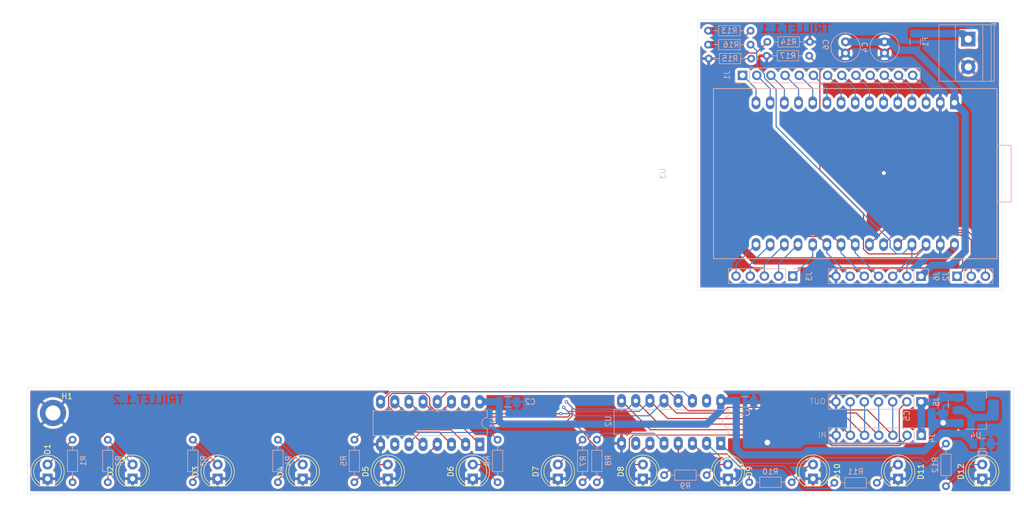
<source format=kicad_pcb>
(kicad_pcb (version 20240108) (generator "pcbnew") (generator_version "8.0")
  (title_block (title "STIB_LED_DISPLAY") (date "2025-01-12") (rev "2"))
  (layers (0 "F.Cu" signal) (31 "B.Cu" signal) (34 "B.Paste" user) (35 "F.Paste" user) (36 "B.SilkS" user "B.Silkscreen") (37 "F.SilkS" user "F.Silkscreen") (38 "B.Mask" user) (39 "F.Mask" user) (44 "Edge.Cuts" user))
  (net 0 "")
  (net 1 "Net-(D1-A)")
  (net 2 "GND")
  (net 3 "Net-(D2-A)")
  (net 4 "Net-(D3-A)")
  (net 5 "Net-(D4-A)")
  (net 6 "Net-(D5-A)")
  (net 7 "Net-(D6-A)")
  (net 8 "Net-(D7-A)")
  (net 9 "Net-(D8-A)")
  (net 10 "Net-(D9-A)")
  (net 11 "Net-(D10-A)")
  (net 12 "Net-(D11-A)")
  (net 13 "Net-(J1-Pin_4)")
  (net 14 "Net-(J1-Pin_5)")
  (net 15 "/LATCH_CLK")
  (net 16 "/OE")
  (net 17 "/DATA")
  (net 18 "/RST")
  (net 19 "/DATA_CLK")
  (net 20 "/DATA_OUT")
  (net 21 "+3.3V")
  (net 22 "Net-(U1-QB)")
  (net 23 "Net-(U1-QC)")
  (net 24 "Net-(U1-QD)")
  (net 25 "Net-(U1-QE)")
  (net 26 "Net-(U1-QF)")
  (net 27 "Net-(U1-QG)")
  (net 28 "Net-(U2-QG)")
  (net 29 "Net-(U2-QF)")
  (net 30 "Net-(U2-QE)")
  (net 31 "Net-(U2-QD)")
  (net 32 "Net-(U2-QC)")
  (net 33 "Net-(U2-QB)")
  (net 34 "Net-(J2-Pin_1)")
  (net 36 "Net-(U1-QH')")
  (net 40 "Net-(J2-Pin_3)")
  (net 41 "+5V")
  (net 42 "Net-(J1-Pin_9)")
  (net 43 "Net-(J1-Pin_3)")
  (net 44 "Net-(J1-Pin_13)")
  (net 45 "Net-(J1-Pin_8)")
  (net 46 "Net-(J1-Pin_2)")
  (net 47 "Net-(J1-Pin_6)")
  (net 48 "Net-(J1-Pin_10)")
  (net 49 "Net-(J1-Pin_1)")
  (net 50 "Net-(J1-Pin_7)")
  (net 51 "Net-(J1-Pin_12)")
  (net 52 "Net-(J1-Pin_11)")
  (net 53 "Net-(J3-Pin_1)")
  (net 54 "Net-(J3-Pin_2)")
  (net 55 "Net-(J3-Pin_4)")
  (net 56 "Net-(J3-Pin_5)")
  (net 57 "Net-(J3-Pin_3)")
  (net 58 "Net-(J2-Pin_2)")
  (net 59 "Net-(D12-A)")
  (net 60 "/VIN")
  (net 61 "+3.3V(ESP)")
  (footprint "LED_THT:LED_D5.0mm" (layer "F.Cu") (at 233.68 104.775 90)
    (property "Reference" "D10")
    (property "Value" "LED")
  )
  (footprint "LED_THT:LED_D5.0mm" (layer "F.Cu") (at 172.72 104.775 90)
    (property "Reference" "D6")
    (property "Value" "LED")
  )
  (footprint "LED_THT:LED_D5.0mm" (layer "F.Cu") (at 264 104.775 90)
    (property "Reference" "D12")
    (property "Value" "LED")
  )
  (footprint "LED_THT:LED_D5.0mm" (layer "F.Cu") (at 203.2 104.78 90)
    (property "Reference" "D8")
    (property "Value" "LED")
  )
  (footprint "LED_THT:LED_D5.0mm" (layer "F.Cu") (at 111.76 104.775 90)
    (property "Reference" "D2")
    (property "Value" "LED")
  )
  (footprint "LED_THT:LED_D5.0mm" (layer "F.Cu") (at 127 104.78 90)
    (property "Reference" "D3")
    (property "Value" "LED")
  )
  (footprint "LED_THT:LED_D5.0mm" (layer "F.Cu") (at 218.44 104.775 90)
    (property "Reference" "D9")
    (property "Value" "LED")
  )
  (footprint "LED_THT:LED_D5.0mm" (layer "F.Cu") (at 187.96 104.775 90)
    (property "Reference" "D7")
    (property "Value" "LED")
  )
  (footprint "LED_THT:LED_D5.0mm" (layer "F.Cu") (at 142.24 104.78 90)
    (property "Reference" "D4")
    (property "Value" "LED")
  )
  (footprint "LED_THT:LED_D5.0mm" (layer "F.Cu") (at 248.92 104.78 90)
    (property "Reference" "D11")
    (property "Value" "LED")
  )
  (footprint "MountingHole:MountingHole_2.7mm_M2.5_DIN965_Pad_TopBottom" (layer "F.Cu") (at 97.5 93)
    (property "Reference" "H1")
    (property "Value" "MountingHole_Pad")
  )
  (footprint "LED_THT:LED_D5.0mm" (layer "F.Cu") (at 96.52 104.78 90)
    (property "Reference" "D1")
    (property "Value" "LED")
  )
  (footprint "LED_THT:LED_D5.0mm" (layer "F.Cu") (at 157.48 104.78 90)
    (property "Reference" "D5")
    (property "Value" "LED")
  )
  (footprint "TerminalBlock_Phoenix:TerminalBlock_Phoenix_MKDS-1,5-2_1x02_P5.00mm_Horizontal" (layer "B.Cu") (at 261.5 26 -90)
    (property "Reference" "J7" (hide yes))
    (property "Value" "Conn_01x02")
  )
  (footprint "Capacitor_SMD:C_1206_3216Metric_Pad1.33x1.80mm_HandSolder" (layer "B.Cu") (at 179 91 180)
    (property "Reference" "C2")
    (property "Value" "100nF")
  )
  (footprint "Resistor_THT:R_Axial_DIN0204_L3.6mm_D1.6mm_P7.62mm_Horizontal" (layer "B.Cu") (at 222.5 27 180)
    (property "Reference" "R16")
    (property "Value" "10k")
  )
  (footprint "Resistor_THT:R_Axial_DIN0204_L3.6mm_D1.6mm_P7.62mm_Horizontal" (layer "B.Cu") (at 225.5 26.5)
    (property "Reference" "R14")
    (property "Value" "10k")
  )
  (footprint "Connector_PinSocket_2.54mm:PinSocket_1x05_P2.54mm_Vertical" (layer "B.Cu") (at 230.05 68.475 90)
    (property "Reference" "J3")
    (property "Value" "Conn_01x05_Pin")
  )
  (footprint "Resistor_THT:R_Axial_DIN0204_L3.6mm_D1.6mm_P7.62mm_Horizontal" (layer "B.Cu") (at 137.795 105.41 90)
    (property "Reference" "R4")
    (property "Value" "R")
  )
  (footprint "Resistor_THT:R_Axial_DIN0204_L3.6mm_D1.6mm_P7.62mm_Horizontal" (layer "B.Cu") (at 122.555 105.41 90)
    (property "Reference" "R3")
    (property "Value" "R")
  )
  (footprint "Fuse:Fuse_1206_3216Metric_Pad1.42x1.75mm_HandSolder" (layer "B.Cu") (at 252 26.5 90)
    (property "Reference" "F1")
    (property "Value" "Fuse")
  )
  (footprint "Connector_PinHeader_2.54mm:PinHeader_1x03_P2.54mm_Vertical" (layer "B.Cu") (at 259.5 68.5 -90)
    (property "Reference" "J2")
    (property "Value" "Conn_01x03_Pin")
  )
  (footprint "Connector_PinSocket_2.54mm:PinSocket_1x07_P2.54mm_Vertical" (layer "B.Cu") (at 253.04 91 90)
    (property "Reference" "J5")
    (property "Value" "Conn_01x07_Pin")
  )
  (footprint "Resistor_THT:R_Axial_DIN0204_L3.6mm_D1.6mm_P7.62mm_Horizontal" (layer "B.Cu") (at 233 29 180)
    (property "Reference" "R17")
    (property "Value" "10k")
  )
  (footprint "Package_DIP:DIP-16_W7.62mm_LongPads" (layer "B.Cu") (at 217.155 98.44 90)
    (property "Reference" "U2")
    (property "Value" "74HC595")
  )
  (footprint "Resistor_THT:R_Axial_DIN0204_L3.6mm_D1.6mm_P7.62mm_Horizontal" (layer "B.Cu") (at 207.01 104.14)
    (property "Reference" "R9")
    (property "Value" "R")
  )
  (footprint "Capacitor_THT:C_Radial_D5.0mm_H11.0mm_P2.00mm" (layer "B.Cu") (at 239.5 26.5 -90)
    (property "Reference" "C6")
    (property "Value" "0.1uF")
  )
  (footprint "Resistor_THT:R_Axial_DIN0204_L3.6mm_D1.6mm_P7.62mm_Horizontal" (layer "B.Cu") (at 222.5 24.5 180)
    (property "Reference" "R13")
    (property "Value" "10k")
  )
  (footprint "Capacitor_SMD:C_1206_3216Metric_Pad1.33x1.80mm_HandSolder" (layer "B.Cu") (at 221.5 91 180)
    (property "Reference" "C1")
    (property "Value" "100nF")
  )
  (footprint "Resistor_THT:R_Axial_DIN0204_L3.6mm_D1.6mm_P7.62mm_Horizontal" (layer "B.Cu") (at 177.165 97.79 -90)
    (property "Reference" "R6")
    (property "Value" "R")
  )
  (footprint "Resistor_THT:R_Axial_DIN0204_L3.6mm_D1.6mm_P7.62mm_Horizontal" (layer "B.Cu") (at 192.405 105.41 90)
    (property "Reference" "R7")
    (property "Value" "R")
  )
  (footprint "Resistor_THT:R_Axial_DIN0204_L3.6mm_D1.6mm_P7.62mm_Horizontal" (layer "B.Cu") (at 107.315 105.41 90)
    (property "Reference" "R2")
    (property "Value" "R")
  )
  (footprint "Resistor_THT:R_Axial_DIN0204_L3.6mm_D1.6mm_P7.62mm_Horizontal" (layer "B.Cu") (at 194.945 97.79 -90)
    (property "Reference" "R8")
    (property "Value" "R")
  )
  (footprint "Capacitor_THT:C_Radial_D5.0mm_H11.0mm_P2.00mm" (layer "B.Cu") (at 246.5 26.5 -90)
    (property "Reference" "C4")
    (property "Value" "100uF")
  )
  (footprint "Capacitor_SMD:C_1206_3216Metric_Pad1.33x1.80mm_HandSolder" (layer "B.Cu") (at 257 91.5 -90)
    (property "Reference" "C5")
    (property "Value" "22uF")
  )
  (footprint "ESP32_Nodemcu_devkit:ESP32_Nodemcu_devkit" (layer "B.Cu") (at 243.79 50.115 -90)
    (property "Reference" "U3")
    (property "Value" "~")
  )
  (footprint "Package_DIP:DIP-16_W7.62mm_LongPads" (layer "B.Cu") (at 173.975 98.62 90)
    (property "Reference" "U1")
    (property "Value" "74HC595")
  )
  (footprint "Resistor_THT:R_Axial_DIN0204_L3.6mm_D1.6mm_P7.62mm_Horizontal" (layer "B.Cu") (at 237.5 105.5)
    (property "Reference" "R11")
    (property "Value" "R")
  )
  (footprint "Resistor_THT:R_Axial_DIN0204_L3.6mm_D1.6mm_P7.62mm_Horizontal" (layer "B.Cu") (at 222.62 29.5 180)
    (property "Reference" "R15")
    (property "Value" "10k")
  )
  (footprint "Capacitor_SMD:C_1206_3216Metric_Pad1.33x1.80mm_HandSolder" (layer "B.Cu") (at 264 98.5)
    (property "Reference" "C3")
    (property "Value" "22uF")
  )
  (footprint "Resistor_THT:R_Axial_DIN0204_L3.6mm_D1.6mm_P7.62mm_Horizontal" (layer "B.Cu") (at 222.25 105.41)
    (property "Reference" "R10")
    (property "Value" "R")
  )
  (footprint "Connector_PinSocket_2.54mm:PinSocket_1x07_P2.54mm_Vertical" (layer "B.Cu") (at 253.08 97 90)
    (property "Reference" "J4")
    (property "Value" "Conn_01x07_Pin")
  )
  (footprint "Package_TO_SOT_SMD:SOT-223-3_TabPin2" (layer "B.Cu") (at 262.85 92.5)
    (property "Reference" "U4")
    (property "Value" "AMS1117-3.3")
  )
  (footprint "Resistor_THT:R_Axial_DIN0204_L3.6mm_D1.6mm_P7.62mm_Horizontal" (layer "B.Cu") (at 101 105.41 90)
    (property "Reference" "R1")
    (property "Value" "R")
  )
  (footprint "Connector_PinSocket_2.54mm:PinSocket_1x13_P2.54mm_Vertical" (layer "B.Cu") (at 221.06 32.5 -90)
    (property "Reference" "J1")
    (property "Value" "Conn_01x13_Pin")
  )
  (footprint "Resistor_THT:R_Axial_DIN0204_L3.6mm_D1.6mm_P7.62mm_Horizontal" (layer "B.Cu") (at 151.5 97.79 -90)
    (property "Reference" "R5")
    (property "Value" "R")
  )
  (footprint "Connector_PinSocket_2.54mm:PinSocket_1x07_P2.54mm_Vertical" (layer "B.Cu") (at 253.04 68.5 90)
    (property "Reference" "J6")
    (property "Value" "Conn_01x07_Pin")
  )
  (footprint "Resistor_THT:R_Axial_DIN0204_L3.6mm_D1.6mm_P7.62mm_Horizontal" (layer "B.Cu") (at 257.5 98.5 -90)
    (property "Reference" "R12")
    (property "Value" "R")
  )
  (gr_rect (start 213 22.5) (end 267.5 71) (stroke (width 0.05)) (fill none) (layer "Edge.Cuts"))
  (gr_rect (start 92.9325 88.5) (end 269.5675 107.5) (stroke (width 0.05)) (fill none) (layer "Edge.Cuts"))
  (gr_text "TRILLET.1.2" (at 121 91.5 0) (layer "B.Cu" knockout) (effects (font (size 1.5 1.5) (thickness 0.3) (bold yes)) (justify left bottom mirror)))
  (gr_text "TRILLET.1.1" (at 237 25 0) (layer "B.Cu" knockout) (effects (font (size 1.5 1.5) (thickness 0.3) (bold yes)) (justify left bottom mirror)))
  (gr_text "IN" (at 234.5 97.5 0) (layer "B.SilkS") (effects (font (size 1 1) (thickness 0.1)) (justify left bottom)))
  (gr_text "OUT" (at 236 91.5 0) (layer "B.SilkS") (effects (font (size 1 1) (thickness 0.1)) (justify left bottom mirror)))
  (segment (start 101 97.79) (end 96.55 102.24) (width 0.2) (layer "F.Cu") (net 1))
  (segment (start 96.55 102.24) (end 96.52 102.24) (width 0.2) (layer "F.Cu") (net 1))
  (segment (start 96.52 102.235) (end 96.52 102.24) (width 0.2) (layer "B.Cu") (net 1))
  (via (at 246.38 50) (size 1) (drill 0.7) (layers "F.Cu" "B.Cu") (net 2))
  (via (at 225.5 98.29) (size 1.5) (drill 1) (layers "F.Cu" "B.Cu") (net 2))
  (via (at 257 94.75) (size 1.5) (drill 1) (layers "F.Cu" "B.Cu") (net 2))
  (segment (start 257 94.75) (end 257.05 94.8) (width 1.3) (layer "B.Cu") (net 2))
  (segment (start 257.05 94.8) (end 259.85 94.8) (width 1.3) (layer "B.Cu") (net 2))
  (segment (start 257 93.0625) (end 257 94.75) (width 1.3) (layer "B.Cu") (net 2))
  (segment (start 107.315 97.79) (end 111.76 102.235) (width 0.2) (layer "B.Cu") (net 3))
  (segment (start 122.555 97.79) (end 127 102.235) (width 0.2) (layer "B.Cu") (net 4))
  (segment (start 127 102.235) (end 127 102.24) (width 0.2) (layer "B.Cu") (net 4))
  (segment (start 142.24 102.235) (end 142.24 102.24) (width 0.2) (layer "B.Cu") (net 5))
  (segment (start 137.795 97.79) (end 142.24 102.235) (width 0.2) (layer "B.Cu") (net 5))
  (segment (start 157.48 102.24) (end 154.67 102.24) (width 0.2) (layer "F.Cu") (net 6))
  (segment (start 154.67 102.24) (end 151.5 105.41) (width 0.2) (layer "F.Cu") (net 6))
  (segment (start 173.99 102.235) (end 172.72 102.235) (width 0.2) (layer "B.Cu") (net 7))
  (segment (start 177.165 105.41) (end 173.99 102.235) (width 0.2) (layer "B.Cu") (net 7))
  (segment (start 192.405 97.79) (end 187.96 102.235) (width 0.2) (layer "F.Cu") (net 8))
  (segment (start 198.115 102.24) (end 194.945 105.41) (width 0.2) (layer "F.Cu") (net 9))
  (segment (start 203.2 102.24) (end 198.115 102.24) (width 0.2) (layer "F.Cu") (net 9))
  (segment (start 218.44 102.235) (end 216.535 102.235) (width 0.2) (layer "F.Cu") (net 10))
  (segment (start 216.535 102.235) (end 214.63 104.14) (width 0.2) (layer "F.Cu") (net 10))
  (segment (start 229.87 105.41) (end 233.045 102.235) (width 0.2) (layer "F.Cu") (net 11))
  (segment (start 233.045 102.235) (end 233.68 102.235) (width 0.2) (layer "F.Cu") (net 11))
  (segment (start 248.92 102.24) (end 248.38 102.24) (width 0.2) (layer "F.Cu") (net 12))
  (segment (start 248.38 102.24) (end 245.12 105.5) (width 0.2) (layer "F.Cu") (net 12))
  (segment (start 228.68 32.5) (end 231.09 34.91) (width 0.2) (layer "B.Cu") (net 13))
  (segment (start 231.09 34.91) (end 231.09 37.415) (width 0.2) (layer "B.Cu") (net 13))
  (segment (start 233.63 34.91) (end 233.63 37.415) (width 0.2) (layer "B.Cu") (net 14))
  (segment (start 231.22 32.5) (end 233.63 34.91) (width 0.2) (layer "B.Cu") (net 14))
  (segment (start 188.5 93.12) (end 165.935 93.12) (width 0.2) (layer "F.Cu") (net 15))
  (segment (start 209.195 93.02) (end 217.900584 93.02) (width 0.2) (layer "F.Cu") (net 15))
  (segment (start 165.935 93.12) (end 163.815 91) (width 0.2) (layer "F.Cu") (net 15))
  (segment (start 241.42 93) (end 245.42 97) (width 0.2) (layer "F.Cu") (net 15))
  (segment (start 222.62 29.5) (end 221.630051 29.5) (width 0.2) (layer "F.Cu") (net 15))
  (segment (start 219.5 41.065) (end 241.25 62.815) (width 0.2) (layer "F.Cu") (net 15))
  (segment (start 221.630051 29.5) (end 219.5 31.630051) (width 0.2) (layer "F.Cu") (net 15))
  (segment (start 206.995 90.82) (end 209.195 93.02) (width 0.2) (layer "F.Cu") (net 15))
  (segment (start 217.900584 93.02) (end 217.920584 93) (width 0.2) (layer "F.Cu") (net 15))
  (segment (start 219.5 31.630051) (end 219.5 41.065) (width 0.2) (layer "F.Cu") (net 15))
  (segment (start 217.920584 93) (end 241.42 93) (width 0.2) (layer "F.Cu") (net 15))
  (segment (start 245.46 96.96) (end 245.42 97) (width 0.2) (layer "F.Cu") (net 15))
  (via (at 188.5 93.12) (size 0.6) (drill 0.3) (layers "F.Cu" "B.Cu") (net 15))
  (segment (start 188.5 93.12) (end 190.62 93.12) (width 0.2) (layer "B.Cu") (net 15))
  (segment (start 204.315 93.5) (end 206.995 90.82) (width 0.2) (layer "B.Cu") (net 15))
  (segment (start 241.25 64.33) (end 245.42 68.5) (width 0.2) (layer "B.Cu") (net 15))
  (segment (start 190.62 93.12) (end 191 93.5) (width 0.2) (layer "B.Cu") (net 15))
  (segment (start 191 93.5) (end 204.315 93.5) (width 0.2) (layer "B.Cu") (net 15))
  (segment (start 245.46 96.96) (end 245.42 97) (width 0.2) (layer "B.Cu") (net 15))
  (segment (start 245.46 91) (end 245.46 96.96) (width 0.2) (layer "B.Cu") (net 15))
  (segment (start 241.25 62.815) (end 241.25 64.33) (width 0.2) (layer "B.Cu") (net 15))
  (segment (start 218.354899 92) (end 235.55 92) (width 0.2) (layer "F.Cu") (net 16))
  (segment (start 243.41 92.45) (end 247.96 97) (width 0.2) (layer "F.Cu") (net 16))
  (segment (start 247.96 97) (end 248 96.96) (width 0.2) (layer "F.Cu") (net 16))
  (segment (start 168.155 89.2) (end 166.355 91) (width 0.2) (layer "F.Cu") (net 16))
  (segment (start 236 92.45) (end 243.41 92.45) (width 0.2) (layer "F.Cu") (net 16))
  (segment (start 211.335 92.62) (end 217.734899 92.62) (width 0.2) (layer "F.Cu") (net 16))
  (segment (start 207.915 89.2) (end 168.155 89.2) (width 0.2) (layer "F.Cu") (net 16))
  (segment (start 209.535 90.82) (end 207.915 89.2) (width 0.2) (layer "F.Cu") (net 16))
  (segment (start 217.734899 92.62) (end 218.354899 92) (width 0.2) (layer "F.Cu") (net 16))
  (segment (start 209.535 90.82) (end 211.335 92.62) (width 0.2) (layer "F.Cu") (net 16))
  (segment (start 235.55 92) (end 236 92.45) (width 0.2) (layer "F.Cu") (net 16))
  (segment (start 224.99 32.976346) (end 227.072 35.058346) (width 0.2) (layer "B.Cu") (net 16))
  (segment (start 251.41 62.815) (end 251.41 65.05) (width 0.2) (layer "B.Cu") (net 16))
  (segment (start 247.5 63.327895) (end 248.672105 64.5) (width 0.2) (layer "B.Cu") (net 16))
  (segment (start 248 91) (end 248 91.5) (width 0.2) (layer "B.Cu") (net 16))
  (segment (start 227.072 41.674105) (end 247.5 62.102105) (width 0.2) (layer "B.Cu") (net 16))
  (segment (start 251.41 65.05) (end 247.96 68.5) (width 0.2) (layer "B.Cu") (net 16))
  (segment (start 248 91.5) (end 247.96 91.54) (width 0.2) (layer "B.Cu") (net 16))
  (segment (start 247.5 62.102105) (end 247.5 63.327895) (width 0.2) (layer "B.Cu") (net 16))
  (segment (start 248.672105 64.5) (end 249.725 64.5) (width 0.2) (layer "B.Cu") (net 16))
  (segment (start 227.072 35.058346) (end 227.072 41.674105) (width 0.2) (layer "B.Cu") (net 16))
  (segment (start 223.62 28.12) (end 223.62 30.853654) (width 0.2) (layer "B.Cu") (net 16))
  (segment (start 247.96 91.54) (end 247.96 97) (width 0.2) (layer "B.Cu") (net 16))
  (segment (start 223.62 30.853654) (end 224.99 32.223654) (width 0.2) (layer "B.Cu") (net 16))
  (segment (start 222.5 27) (end 223.62 28.12) (width 0.2) (layer "B.Cu") (net 16))
  (segment (start 249.725 64.5) (end 251.41 62.815) (width 0.2) (layer "B.Cu") (net 16))
  (segment (start 224.99 32.223654) (end 224.99 32.976346) (width 0.2) (layer "B.Cu") (net 16))
  (segment (start 242.728 63.635895) (end 243.592105 64.5) (width 0.2) (layer "F.Cu") (net 17))
  (segment (start 158.279365 89.5) (end 164.270635 89.5) (width 0.2) (layer "F.Cu") (net 17))
  (segment (start 237.033704 98.85) (end 235.123704 96.94) (width 0.2) (layer "F.Cu") (net 17))
  (segment (start 167.395 92.5) (end 168.895 91) (width 0.2) (layer "F.Cu") (net 17))
  (segment (start 237.033704 98.85) (end 249.215686 98.85) (width 0.2) (layer "F.Cu") (net 17))
  (segment (start 243.592105 64.5) (end 252.265 64.5) (width 0.2) (layer "F.Cu") (net 17))
  (segment (start 199.954899 100.24) (end 195.980786 100.24) (width 0.2) (layer "F.Cu") (net 17))
  (segment (start 165 91.619314) (end 165.880686 92.5) (width 0.2) (layer "F.Cu") (net 17))
  (segment (start 242.728 57.228) (end 242.728 63.635895) (width 0.2) (layer "F.Cu") (net 17))
  (segment (start 165 90.229365) (end 165 91.619314) (width 0.2) (layer "F.Cu") (net 17))
  (segment (start 234.91 30.91) (end 234.91 49.41) (width 0.2) (layer "F.Cu") (net 17))
  (segment (start 193.405 97.664214) (end 193.405 97.375786) (width 0.2) (layer "F.Cu") (net 17))
  (segment (start 200.775 99.419899) (end 199.954899 100.24) (width 0.2) (layer "F.Cu") (net 17))
  (segment (start 195.980786 100.24) (end 193.405 97.664214) (width 0.2) (layer "F.Cu") (net 17))
  (segment (start 234.91 49.41) (end 242.728 57.228) (width 0.2) (layer "F.Cu") (net 17))
  (segment (start 193.405 97.375786) (end 190.929214 94.9) (width 0.2) (layer "F.Cu") (net 17))
  (segment (start 252.265 64.5) (end 253.95 62.815) (width 0.2) (layer "F.Cu") (net 17))
  (segment (start 190.929214 94.9) (end 160.679365 94.9) (width 0.2) (layer "F.Cu") (net 17))
  (segment (start 249.215686 98.85) (end 250.54 97.525686) (width 0.2) (layer "F.Cu") (net 17))
  (segment (start 201.459365 96.94) (end 200.775 97.624365) (width 0.2) (layer "F.Cu") (net 17))
  (segment (start 200.775 97.624365) (end 200.775 99.419899) (width 0.2) (layer "F.Cu") (net 17))
  (segment (start 160.679365 94.9) (end 157.635 91.855635) (width 0.2) (layer "F.Cu") (net 17))
  (segment (start 157.635 90.144365) (end 158.279365 89.5) (width 0.2) (layer "F.Cu") (net 17))
  (segment (start 157.635 91.855635) (end 157.635 90.144365) (width 0.2) (layer "F.Cu") (net 17))
  (segment (start 165.880686 92.5) (end 167.395 92.5) (width 0.2) (layer "F.Cu") (net 17))
  (segment (start 250.54 97.525686) (end 250.54 97) (width 0.2) (layer "F.Cu") (net 17))
  (segment (start 233 29) (end 234.91 30.91) (width 0.2) (layer "F.Cu") (net 17))
  (segment (start 164.270635 89.5) (end 165 90.229365) (width 0.2) (layer "F.Cu") (net 17))
  (segment (start 235.123704 96.94) (end 201.459365 96.94) (width 0.2) (layer "F.Cu") (net 17))
  (segment (start 253.95 63.196) (end 250.5 66.646) (width 0.2) (layer "B.Cu") (net 17))
  (segment (start 250.5 66.646) (end 250.5 68.5) (width 0.2) (layer "B.Cu") (net 17))
  (segment (start 253.95 62.815) (end 253.95 63.196) (width 0.2) (layer "B.Cu") (net 17))
  (segment (start 222.5 24.5) (end 218.7 28.3) (width 0.2) (layer "F.Cu") (net 18))
  (segment (start 190.5 93.534215) (end 189.534215 94.5) (width 0.2) (layer "F.Cu") (net 18))
  (segment (start 162.235 94.5) (end 158.735 91) (width 0.2) (layer "F.Cu") (net 18))
  (segment (start 218.7 47.700001) (end 232.371999 61.372) (width 0.2) (layer "F.Cu") (net 18))
  (segment (start 238.34 95) (end 240.34 97) (width 0.2) (layer "F.Cu") (net 18))
  (segment (start 190.5 92) (end 190.5 93.534215) (width 0.2) (layer "F.Cu") (net 18))
  (segment (start 201.915 90.82) (end 206.095 95) (width 0.2) (layer "F.Cu") (net 18))
  (segment (start 234.752023 61.372) (end 236.17 62.789977) (width 0.2) (layer "F.Cu") (net 18))
  (segment (start 206.095 95) (end 238.34 95) (width 0.2) (layer "F.Cu") (net 18))
  (segment (start 232.371999 61.372) (end 234.752023 61.372) (width 0.2) (layer "F.Cu") (net 18))
  (segment (start 189.534215 94.5) (end 162.235 94.5) (width 0.2) (layer "F.Cu") (net 18))
  (segment (start 218.7 28.3) (end 218.7 47.700001) (width 0.2) (layer "F.Cu") (net 18))
  (segment (start 189.5 91) (end 190.5 92) (width 0.2) (layer "F.Cu") (net 18))
  (segment (start 240.38 96.96) (end 240.34 97) (width 0.2) (layer "F.Cu") (net 18))
  (via (at 189.5 91) (size 0.6) (drill 0.3) (layers "F.Cu" "B.Cu") (net 18))
  (segment (start 200.415 92.32) (end 201.915 90.82) (width 0.2) (layer "B.Cu") (net 18))
  (segment (start 240.38 91) (end 240.38 96.96) (width 0.2) (layer "B.Cu") (net 18))
  (segment (start 190.82 92.32) (end 200.415 92.32) (width 0.2) (layer "B.Cu") (net 18))
  (segment (start 189.5 91) (end 190.82 92.32) (width 0.2) (layer "B.Cu") (net 18))
  (segment (start 236.17 64.33) (end 240.34 68.5) (width 0.2) (layer "B.Cu") (net 18))
  (segment (start 240.38 96.96) (end 240.34 97) (width 0.2) (layer "B.Cu") (net 18))
  (segment (start 236.17 62.789977) (end 236.17 64.33) (width 0.2) (layer "B.Cu") (net 18))
  (segment (start 190.1 93.368529) (end 189.748529 93.72) (width 0.2) (layer "F.Cu") (net 19))
  (segment (start 219.1 31.4) (end 219.1 43.205) (width 0.2) (layer "F.Cu") (net 19))
  (segment (start 219.1 43.205) (end 238.71 62.815) (width 0.2) (layer "F.Cu") (net 19))
  (segment (start 207.635 94) (end 239.88 94) (width 0.2) (layer "F.Cu") (net 19))
  (segment (start 189.748529 93.72) (end 163.995 93.72) (width 0.2) (layer "F.Cu") (net 19))
  (segment (start 190.1 93.1) (end 190.1 93.368529) (width 0.2) (layer "F.Cu") (net 19))
  (segment (start 222 28.5) (end 219.1 31.4) (width 0.2) (layer "F.Cu") (net 19))
  (segment (start 223.5 28.5) (end 222 28.5) (width 0.2) (layer "F.Cu") (net 19))
  (segment (start 204.455 90.82) (end 207.635 94) (width 0.2) (layer "F.Cu") (net 19))
  (segment (start 242.92 96.96) (end 242.88 97) (width 0.2) (layer "F.Cu") (net 19))
  (segment (start 163.995 93.72) (end 161.275 91) (width 0.2) (layer "F.Cu") (net 19))
  (segment (start 239.88 94) (end 242.88 97) (width 0.2) (layer "F.Cu") (net 19))
  (segment (start 189 92) (end 190.1 93.1) (width 0.2) (layer "F.Cu") (net 19))
  (segment (start 225.5 26.5) (end 223.5 28.5) (width 0.2) (layer "F.Cu") (net 19))
  (via (at 189 92) (size 0.6) (drill 0.3) (layers "F.Cu" "B.Cu") (net 19))
  (segment (start 189.72 92.72) (end 202.555 92.72) (width 0.2) (layer "B.Cu") (net 19))
  (segment (start 202.555 92.72) (end 204.455 90.82) (width 0.2) (layer "B.Cu") (net 19))
  (segment (start 238.71 64.33) (end 242.88 68.5) (width 0.2) (layer "B.Cu") (net 19))
  (segment (start 238.71 62.815) (end 238.71 64.33) (width 0.2) (layer "B.Cu") (net 19))
  (segment (start 189 92) (end 189.72 92.72) (width 0.2) (layer "B.Cu") (net 19))
  (segment (start 242.92 96.96) (end 242.88 97) (width 0.2) (layer "B.Cu") (net 19))
  (segment (start 242.92 91) (end 242.92 96.96) (width 0.2) (layer "B.Cu") (net 19))
  (segment (start 237.19939 98.45) (end 249.05 98.45) (width 0.2) (layer "F.Cu") (net 20))
  (segment (start 249.15 98.35) (end 249.15 92.31) (width 0.2) (layer "F.Cu") (net 20))
  (segment (start 249.15 92.31) (end 250.46 91) (width 0.2) (layer "F.Cu") (net 20))
  (segment (start 199.375 90.82) (end 204.555 96) (width 0.2) (layer "F.Cu") (net 20))
  (segment (start 249.05 98.45) (end 249.15 98.35) (width 0.2) (layer "F.Cu") (net 20))
  (segment (start 234.74939 96) (end 237.19939 98.45) (width 0.2) (layer "F.Cu") (net 20))
  (segment (start 204.555 96) (end 234.74939 96) (width 0.2) (layer "F.Cu") (net 20))
  (segment (start 219.9375 91) (end 219.9375 99.454734) (width 1.3) (layer "B.Cu") (net 21))
  (segment (start 217.155 90.82) (end 217.155 92.52) (width 1.3) (layer "B.Cu") (net 21))
  (segment (start 262 93.793324) (end 264.856676 93.793324) (width 1.3) (layer "B.Cu") (net 21))
  (segment (start 262 95.806676) (end 262 93.793324) (width 1.3) (layer "B.Cu") (net 21))
  (segment (start 260.706676 92.5) (end 259.85 92.5) (width 1.3) (layer "B.Cu") (net 21))
  (segment (start 214.675 95) (end 178 95) (width 1.3) (layer "B.Cu") (net 21))
  (segment (start 258.266296 96.65) (end 258.316296 96.7) (width 1.3) (layer "B.Cu") (net 21))
  (segment (start 262 93.793324) (end 260.706676 92.5) (width 1.3) (layer "B.Cu") (net 21))
  (segment (start 219.9375 99.454734) (end 220.982766 100.5) (width 1.3) (layer "B.Cu") (net 21))
  (segment (start 177.4375 94.4375) (end 177.4375 91) (width 1.3) (layer "B.Cu") (net 21))
  (segment (start 264.856676 93.793324) (end 266.15 92.5) (width 1.3) (layer "B.Cu") (net 21))
  (segment (start 220.982766 100.5) (end 231.950176 100.5) (width 1.3) (layer "B.Cu") (net 21))
  (segment (start 177.4375 91) (end 173.975 91) (width 1.3) (layer "B.Cu") (net 21))
  (segment (start 253.552767 99.785) (end 253.575736 99.807968) (width 1.3) (layer "B.Cu") (net 21))
  (segment (start 231.950176 100.5) (end 232.665176 99.785) (width 1.3) (layer "B.Cu") (net 21))
  (segment (start 256.733704 96.65) (end 258.266296 96.65) (width 1.3) (layer "B.Cu") (net 21))
  (segment (start 261.106676 96.7) (end 261.106676 97.169176) (width 1.3) (layer "B.Cu") (net 21))
  (segment (start 217.155 90.82) (end 219.7575 90.82) (width 1.3) (layer "B.Cu") (net 21))
  (segment (start 178 95) (end 177.4375 94.4375) (width 1.3) (layer "B.Cu") (net 21))
  (segment (start 219.7575 90.82) (end 219.9375 91) (width 1.3) (layer "B.Cu") (net 21))
  (segment (start 217.155 92.52) (end 214.675 95) (width 1.3) (layer "B.Cu") (net 21))
  (segment (start 261.106676 97.169176) (end 262.4375 98.5) (width 1.3) (layer "B.Cu") (net 21))
  (segment (start 258.316296 96.7) (end 261.106676 96.7) (width 1.3) (layer "B.Cu") (net 21))
  (segment (start 253.575736 99.807968) (end 256.733704 96.65) (width 1.3) (layer "B.Cu") (net 21))
  (segment (start 261.106676 96.7) (end 262 95.806676) (width 1.3) (layer "B.Cu") (net 21))
  (segment (start 232.665176 99.785) (end 253.552767 99.785) (width 1.3) (layer "B.Cu") (net 21))
  (segment (start 101 102.5) (end 101 105.41) (width 0.2) (layer "F.Cu") (net 22))
  (segment (start 173.975 98.62) (end 170.975 95.62) (width 0.2) (layer "F.Cu") (net 22))
  (segment (start 107.88 95.62) (end 101 102.5) (width 0.2) (layer "F.Cu") (net 22))
  (segment (start 170.975 95.62) (end 107.88 95.62) (width 0.2) (layer "F.Cu") (net 22))
  (segment (start 115.715051 96.02) (end 107.315 104.420051) (width 0.2) (layer "F.Cu") (net 23))
  (segment (start 168.835 96.02) (end 115.715051 96.02) (width 0.2) (layer "F.Cu") (net 23))
  (segment (start 171.435 98.62) (end 168.835 96.02) (width 0.2) (layer "F.Cu") (net 23))
  (segment (start 107.315 104.420051) (end 107.315 105.41) (width 0.2) (layer "F.Cu") (net 23))
  (segment (start 166.695 96.42) (end 131.122943 96.42) (width 0.2) (layer "F.Cu") (net 24))
  (segment (start 168.895 98.62) (end 166.695 96.42) (width 0.2) (layer "F.Cu") (net 24))
  (segment (start 131.122943 96.42) (end 122.555 104.987943) (width 0.2) (layer "F.Cu") (net 24))
  (segment (start 122.555 104.987943) (end 122.555 105.41) (width 0.2) (layer "F.Cu") (net 24))
  (segment (start 141.742943 101.04) (end 141.391471 101.391471) (width 0.2) (layer "F.Cu") (net 25))
  (segment (start 141.782942 101) (end 141.391471 101.391471) (width 0.2) (layer "F.Cu") (net 25))
  (segment (start 163.975 101) (end 141.782942 101) (width 0.2) (layer "F.Cu") (net 25))
  (segment (start 141.391471 101.391471) (end 137.795 104.987943) (width 0.2) (layer "F.Cu") (net 25))
  (segment (start 166.355 98.62) (end 163.975 101) (width 0.2) (layer "F.Cu") (net 25))
  (segment (start 137.795 104.987943) (end 137.795 105.41) (width 0.2) (layer "F.Cu") (net 25))
  (segment (start 152.47 96.82) (end 151.5 97.79) (width 0.2) (layer "F.Cu") (net 26))
  (segment (start 162.015 96.82) (end 152.47 96.82) (width 0.2) (layer "F.Cu") (net 26))
  (segment (start 163.815 98.62) (end 162.015 96.82) (width 0.2) (layer "F.Cu") (net 26))
  (segment (start 177.165 97.79) (end 175.875 96.5) (width 0.2) (layer "B.Cu") (net 27))
  (segment (start 163.215 96.5) (end 161.275 98.44) (width 0.2) (layer "B.Cu") (net 27))
  (segment (start 175.875 96.5) (end 163.215 96.5) (width 0.2) (layer "B.Cu") (net 27))
  (segment (start 195.975 101.84) (end 201.055 101.84) (width 0.2) (layer "F.Cu") (net 28))
  (segment (start 201.055 101.84) (end 204.455 98.44) (width 0.2) (layer "F.Cu") (net 28))
  (segment (start 192.405 105.41) (end 195.975 101.84) (width 0.2) (layer "F.Cu") (net 28))
  (segment (start 205.195 96.64) (end 206.995 98.44) (width 0.2) (layer "B.Cu") (net 29))
  (segment (start 196.095 96.64) (end 205.195 96.64) (width 0.2) (layer "B.Cu") (net 29))
  (segment (start 194.945 97.79) (end 196.095 96.64) (width 0.2) (layer "B.Cu") (net 29))
  (segment (start 209.535 101.615) (end 209.535 98.44) (width 0.2) (layer "F.Cu") (net 30))
  (segment (start 207.01 104.14) (end 209.535 101.615) (width 0.2) (layer "F.Cu") (net 30))
  (segment (start 222.25 104.347943) (end 218.232057 100.33) (width 0.2) (layer "F.Cu") (net 31))
  (segment (start 213.965 100.33) (end 212.075 98.44) (width 0.2) (layer "F.Cu") (net 31))
  (segment (start 222.25 105.41) (end 222.25 104.347943) (width 0.2) (layer "F.Cu") (net 31))
  (segment (start 218.232057 100.33) (end 213.965 100.33) (width 0.2) (layer "F.Cu") (net 31))
  (segment (start 217.942943 101.035) (end 218.937057 101.035) (width 0.2) (layer "B.Cu") (net 32))
  (segment (start 236.5 106.5) (end 237.5 105.5) (width 0.2) (layer "B.Cu") (net 32))
  (segment (start 217.576472 101.401472) (end 217.942943 101.035) (width 0.2) (layer "B.Cu") (net 32))
  (segment (start 214.615 98.44) (end 217.576472 101.401472) (width 0.2) (layer "B.Cu") (net 32))
  (segment (start 228.405 102.5) (end 232.405 106.5) (width 0.2) (layer "B.Cu") (net 32))
  (segment (start 218.937057 101.035) (end 220.402057 102.5) (width 0.2) (layer "B.Cu") (net 32))
  (segment (start 220.402057 102.5) (end 228.405 102.5) (width 0.2) (layer "B.Cu") (net 32))
  (segment (start 232.405 106.5) (end 236.5 106.5) (width 0.2) (layer "B.Cu") (net 32))
  (segment (start 257.5 98.5) (end 254 102) (width 0.2) (layer "B.Cu") (net 33))
  (segment (start 233.182943 101.035) (end 232.217943 102) (width 0.2) (layer "B.Cu") (net 33))
  (segment (start 232.217943 102) (end 220.715 102) (width 0.2) (layer "B.Cu") (net 33))
  (segment (start 253.035 101.035) (end 233.182943 101.035) (width 0.2) (layer "B.Cu") (net 33))
  (segment (start 220.715 102) (end 217.155 98.44) (width 0.2) (layer "B.Cu") (net 33))
  (segment (start 254 102) (end 253.035 101.035) (width 0.2) (layer "B.Cu") (net 33))
  (segment (start 250.613 61.072) (end 260.072 61.072) (width 0.2) (layer "F.Cu") (net 34))
  (segment (start 260.072 61.072) (end 260.5 61.5) (width 0.2) (layer "F.Cu") (net 34))
  (segment (start 260.5 61.5) (end 260.5 67.5) (width 0.2) (layer "F.Cu") (net 34))
  (segment (start 248.87 62.815) (end 250.613 61.072) (width 0.2) (layer "F.Cu") (net 34))
  (segment (start 260.5 67.5) (end 259.5 68.5) (width 0.2) (layer "F.Cu") (net 34))
  (segment (start 212.075 90.82) (end 210.455 89.2) (width 0.2) (layer "B.Cu") (net 36))
  (segment (start 157.995 89.2) (end 156.195 91) (width 0.2) (layer "B.Cu") (net 36))
  (segment (start 210.455 89.2) (end 157.995 89.2) (width 0.2) (layer "B.Cu") (net 36))
  (segment (start 246.333 60.272) (end 261.272 60.272) (width 0.2) (layer "F.Cu") (net 40))
  (segment (start 264.58 63.58) (end 264.58 68.5) (width 0.2) (layer "F.Cu") (net 40))
  (segment (start 243.79 62.815) (end 246.333 60.272) (width 0.2) (layer "F.Cu") (net 40))
  (segment (start 261.272 60.272) (end 264.58 63.58) (width 0.2) (layer "F.Cu") (net 40))
  (segment (start 253.08 96.96) (end 253.04 97) (width 1.3) (layer "B.Cu") (net 41))
  (segment (start 259.85 90.2) (end 257.2625 90.2) (width 1.3) (layer "B.Cu") (net 41))
  (segment (start 246.5 26.5) (end 247.5 26.5) (width 1.3) (layer "B.Cu") (net 41))
  (segment (start 259.6125 90.4375) (end 259.85 90.2) (width 1.3) (layer "B.Cu") (net 41))
  (segment (start 255.04 66.5) (end 253.04 68.5) (width 1.3) (layer "B.Cu") (net 41))
  (segment (start 259.03 37.415) (end 260.942 39.327) (width 1.3) (layer "B.Cu") (net 41))
  (segment (start 255.9375 91) (end 257 89.9375) (width 1.3) (layer "B.Cu") (net 41))
  (segment (start 248.9875 27.9875) (end 252 27.9875) (width 1.3) (layer "B.Cu") (net 41))
  (segment (start 258.429976 66.5) (end 255.04 66.5) (width 1.3) (layer "B.Cu") (net 41))
  (segment (start 253.08 91) (end 253.08 96.96) (width 1.3) (layer "B.Cu") (net 41))
  (segment (start 252 27.9875) (end 259.03 35.0175) (width 1.3) (layer "B.Cu") (net 41))
  (segment (start 253.08 91) (end 255.9375 91) (width 1.3) (layer "B.Cu") (net 41))
  (segment (start 260.942 39.327) (end 260.942 63.987976) (width 1.3) (layer "B.Cu") (net 41))
  (segment (start 247.5 26.5) (end 248.9875 27.9875) (width 1.3) (layer "B.Cu") (net 41))
  (segment (start 259.03 35.0175) (end 259.03 37.415) (width 1.3) (layer "B.Cu") (net 41))
  (segment (start 239.5 26.5) (end 246.5 26.5) (width 1.3) (layer "B.Cu") (net 41))
  (segment (start 257.2625 90.2) (end 257 89.9375) (width 1.3) (layer "B.Cu") (net 41))
  (segment (start 260.942 63.987976) (end 258.429976 66.5) (width 1.3) (layer "B.Cu") (net 41))
  (segment (start 241.38 32.5) (end 243.79 34.91) (width 0.2) (layer "B.Cu") (net 42))
  (segment (start 243.79 34.91) (end 243.79 37.415) (width 0.2) (layer "B.Cu") (net 42))
  (segment (start 228.55 34.91) (end 228.55 37.415) (width 0.2) (layer "B.Cu") (net 43))
  (segment (start 226.14 32.5) (end 228.55 34.91) (width 0.2) (layer "B.Cu") (net 43))
  (segment (start 253.95 34.91) (end 253.95 37.415) (width 0.2) (layer "B.Cu") (net 44))
  (segment (start 251.54 32.5) (end 253.95 34.91) (width 0.2) (layer "B.Cu") (net 44))
  (segment (start 241.25 34.91) (end 241.25 37.415) (width 0.2) (layer "B.Cu") (net 45))
  (segment (start 238.84 32.5) (end 241.25 34.91) (width 0.2) (layer "B.Cu") (net 45))
  (segment (start 223.6 32.5) (end 226.01 34.91) (width 0.2) (layer "B.Cu") (net 46))
  (segment (start 226.01 34.91) (end 226.01 37.415) (width 0.2) (layer "B.Cu") (net 46))
  (segment (start 233.76 32.5) (end 236.17 34.91) (width 0.2) (layer "B.Cu") (net 47))
  (segment (start 236.17 34.91) (end 236.17 37.415) (width 0.2) (layer "B.Cu") (net 47))
  (segment (start 246.33 34.91) (end 246.33 37.415) (width 0.2) (layer "B.Cu") (net 48))
  (segment (start 243.92 32.5) (end 246.33 34.91) (width 0.2) (layer "B.Cu") (net 48))
  (segment (start 223.47 34.91) (end 221.06 32.5) (width 0.2) (layer "B.Cu") (net 49))
  (segment (start 223.47 37.415) (end 223.47 34.91) (width 0.2) (layer "B.Cu") (net 49))
  (segment (start 238.71 34.91) (end 238.71 37.415) (width 0.2) (layer "B.Cu") (net 50))
  (segment (start 236.3 32.5) (end 238.71 34.91) (width 0.2) (layer "B.Cu") (net 50))
  (segment (start 249 32.5) (end 251.41 34.91) (width 0.2) (layer "B.Cu") (net 51))
  (segment (start 251.41 34.91) (end 251.41 37.415) (width 0.2) (layer "B.Cu") (net 51))
  (segment (start 248.87 34.91) (end 248.87 37.415) (width 0.2) (layer "B.Cu") (net 52))
  (segment (start 246.46 32.5) (end 248.87 34.91) (width 0.2) (layer "B.Cu") (net 52))
  (segment (start 233.63 62.815) (end 233.63 64.895) (width 0.2) (layer "B.Cu") (net 53))
  (segment (start 233.63 64.895) (end 230.05 68.475) (width 0.2) (layer "B.Cu") (net 53))
  (segment (start 227.51 68.475) (end 227.51 66.269889) (width 0.2) (layer "B.Cu") (net 54))
  (segment (start 227.51 66.269889) (end 230.989912 62.789977) (width 0.2) (layer "B.Cu") (net 54))
  (segment (start 222.43 68.475) (end 222.43 66.395) (width 0.2) (layer "B.Cu") (net 55))
  (segment (start 222.43 66.395) (end 226.01 62.815) (width 0.2) (layer "B.Cu") (net 55))
  (segment (start 219.89 68.475) (end 219.89 66.395) (width 0.2) (layer "B.Cu") (net 56))
  (segment (start 219.89 66.395) (end 223.47 62.815) (width 0.2) (layer "B.Cu") (net 56))
  (segment (start 224.97 68.475) (end 224.97 66.395) (width 0.2) (layer "B.Cu") (net 57))
  (segment (start 224.97 66.395) (end 228.55 62.815) (width 0.2) (layer "B.Cu") (net 57))
  (segment (start 248.473 60.672) (end 260.672 60.672) (width 0.2) (layer "F.Cu") (net 58))
  (segment (start 246.33 62.815) (end 248.473 60.672) (width 0.2) (layer "F.Cu") (net 58))
  (segment (start 260.672 60.672) (end 262.04 62.04) (width 0.2) (layer "F.Cu") (net 58))
  (segment (start 262.04 62.04) (end 262.04 68.5) (width 0.2) (layer "F.Cu") (net 58))
  (segment (start 261.385 102.235) (end 257.5 106.12) (width 0.2) (layer "B.Cu") (net 59))
  (segment (start 264 102.235) (end 261.385 102.235) (width 0.2) (layer "B.Cu") (net 59))
  (segment (start 252 25.0125) (end 260.5125 25.0125) (width 1.3) (layer "B.Cu") (net 60))
  (segment (start 260.5125 25.0125) (end 261.5 26) (width 1.3) (layer "B.Cu") (net 60))
  (segment (start 223.320024 65.75) (end 256.639976 65.75) (width 1.3) (layer "F.Cu") (net 61))
  (segment (start 256.639976 65.75) (end 259.03 63.359976) (width 1.3) (layer "F.Cu") (net 61))
  (segment (start 217.45 27.5) (end 217.45 59.879976) (width 1.3) (layer "F.Cu") (net 61))
  (segment (start 216.95 27) (end 217.45 27.5) (width 1.3) (layer "F.Cu") (net 61))
  (segment (start 217.45 59.879976) (end 223.320024 65.75) (width 1.3) (layer "F.Cu") (net 61))
  (segment (start 214.88 24.5) (end 215.869949 24.5) (width 1.3) (layer "F.Cu") (net 61))
  (segment (start 214.88 27) (end 216.95 27) (width 1.3) (layer "F.Cu") (net 61))
  (segment (start 217.45 26.080051) (end 217.45 27.5) (width 1.3) (layer "F.Cu") (net 61))
  (segment (start 215.869949 24.5) (end 217.45 26.080051) (width 1.3) (layer "F.Cu") (net 61))
  (segment (start 259.03 63.359976) (end 259.03 62.815) (width 1.3) (layer "F.Cu") (net 61))
  (zone (net 2) (net_name "GND") (layers "F&B.Cu") (connect_pads (clearance 0.5)) (min_thickness 0.25) (fill yes (thermal_gap 0.5) (thermal_bridge_width 0.5))
    (polygon (pts (xy 88 87) (xy 271.5 87) (xy 271.5 109.5) (xy 88 109.5)))
  )
  (zone (net 2) (net_name "GND") (layers "F&B.Cu") (priority 1) (connect_pads (clearance 0.5)) (min_thickness 0.25) (fill yes (thermal_gap 0.5) (thermal_bridge_width 0.5))
    (polygon (pts (xy 269 19) (xy 269 80) (xy 211 80) (xy 211 19) (xy 213 19)))
  )
)
</source>
